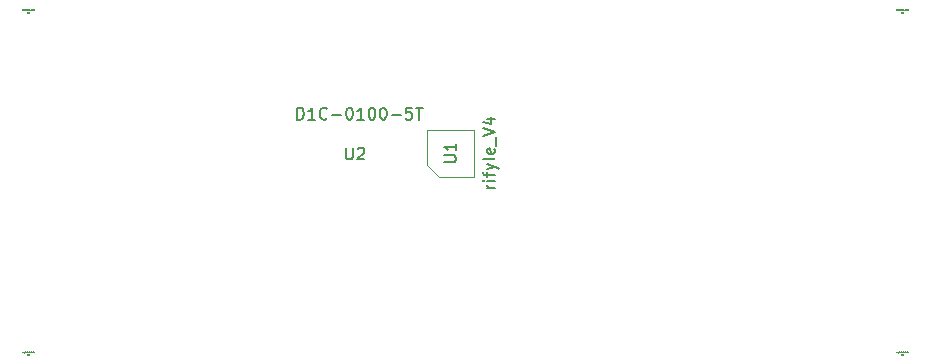
<source format=gbr>
G04 #@! TF.GenerationSoftware,KiCad,Pcbnew,6.0.9-8da3e8f707~117~ubuntu20.04.1*
G04 #@! TF.CreationDate,2022-12-15T16:27:20+01:00*
G04 #@! TF.ProjectId,picsyle-R_pressure_915,70696373-796c-4652-9d52-5f7072657373,rev?*
G04 #@! TF.SameCoordinates,Original*
G04 #@! TF.FileFunction,AssemblyDrawing,Top*
%FSLAX46Y46*%
G04 Gerber Fmt 4.6, Leading zero omitted, Abs format (unit mm)*
G04 Created by KiCad (PCBNEW 6.0.9-8da3e8f707~117~ubuntu20.04.1) date 2022-12-15 16:27:20*
%MOMM*%
%LPD*%
G01*
G04 APERTURE LIST*
%ADD10C,0.010000*%
%ADD11C,0.150000*%
%ADD12C,0.100000*%
G04 APERTURE END LIST*
D10*
X101923809Y-63070238D02*
X101923809Y-62970238D01*
X101923809Y-63017857D02*
X101980952Y-63017857D01*
X101980952Y-63070238D02*
X101980952Y-62970238D01*
X102019047Y-62970238D02*
X102080952Y-62970238D01*
X102047619Y-63008333D01*
X102061904Y-63008333D01*
X102071428Y-63013095D01*
X102076190Y-63017857D01*
X102080952Y-63027380D01*
X102080952Y-63051190D01*
X102076190Y-63060714D01*
X102071428Y-63065476D01*
X102061904Y-63070238D01*
X102033333Y-63070238D01*
X102023809Y-63065476D01*
X102019047Y-63060714D01*
X101545238Y-62753571D02*
X101545238Y-62820238D01*
X101502380Y-62753571D02*
X101502380Y-62805952D01*
X101507142Y-62815476D01*
X101516666Y-62820238D01*
X101530952Y-62820238D01*
X101540476Y-62815476D01*
X101545238Y-62810714D01*
X101592857Y-62753571D02*
X101592857Y-62820238D01*
X101592857Y-62763095D02*
X101597619Y-62758333D01*
X101607142Y-62753571D01*
X101621428Y-62753571D01*
X101630952Y-62758333D01*
X101635714Y-62767857D01*
X101635714Y-62820238D01*
X101683333Y-62753571D02*
X101683333Y-62853571D01*
X101683333Y-62758333D02*
X101692857Y-62753571D01*
X101711904Y-62753571D01*
X101721428Y-62758333D01*
X101726190Y-62763095D01*
X101730952Y-62772619D01*
X101730952Y-62801190D01*
X101726190Y-62810714D01*
X101721428Y-62815476D01*
X101711904Y-62820238D01*
X101692857Y-62820238D01*
X101683333Y-62815476D01*
X101788095Y-62820238D02*
X101778571Y-62815476D01*
X101773809Y-62805952D01*
X101773809Y-62720238D01*
X101869047Y-62820238D02*
X101869047Y-62767857D01*
X101864285Y-62758333D01*
X101854761Y-62753571D01*
X101835714Y-62753571D01*
X101826190Y-62758333D01*
X101869047Y-62815476D02*
X101859523Y-62820238D01*
X101835714Y-62820238D01*
X101826190Y-62815476D01*
X101821428Y-62805952D01*
X101821428Y-62796428D01*
X101826190Y-62786904D01*
X101835714Y-62782142D01*
X101859523Y-62782142D01*
X101869047Y-62777380D01*
X101902380Y-62753571D02*
X101940476Y-62753571D01*
X101916666Y-62720238D02*
X101916666Y-62805952D01*
X101921428Y-62815476D01*
X101930952Y-62820238D01*
X101940476Y-62820238D01*
X102011904Y-62815476D02*
X102002380Y-62820238D01*
X101983333Y-62820238D01*
X101973809Y-62815476D01*
X101969047Y-62805952D01*
X101969047Y-62767857D01*
X101973809Y-62758333D01*
X101983333Y-62753571D01*
X102002380Y-62753571D01*
X102011904Y-62758333D01*
X102016666Y-62767857D01*
X102016666Y-62777380D01*
X101969047Y-62786904D01*
X102102380Y-62820238D02*
X102102380Y-62720238D01*
X102102380Y-62815476D02*
X102092857Y-62820238D01*
X102073809Y-62820238D01*
X102064285Y-62815476D01*
X102059523Y-62810714D01*
X102054761Y-62801190D01*
X102054761Y-62772619D01*
X102059523Y-62763095D01*
X102064285Y-62758333D01*
X102073809Y-62753571D01*
X102092857Y-62753571D01*
X102102380Y-62758333D01*
X102126190Y-62829761D02*
X102202380Y-62829761D01*
X102226190Y-62820238D02*
X102226190Y-62720238D01*
X102269047Y-62820238D02*
X102269047Y-62767857D01*
X102264285Y-62758333D01*
X102254761Y-62753571D01*
X102240476Y-62753571D01*
X102230952Y-62758333D01*
X102226190Y-62763095D01*
X102330952Y-62820238D02*
X102321428Y-62815476D01*
X102316666Y-62810714D01*
X102311904Y-62801190D01*
X102311904Y-62772619D01*
X102316666Y-62763095D01*
X102321428Y-62758333D01*
X102330952Y-62753571D01*
X102345238Y-62753571D01*
X102354761Y-62758333D01*
X102359523Y-62763095D01*
X102364285Y-62772619D01*
X102364285Y-62801190D01*
X102359523Y-62810714D01*
X102354761Y-62815476D01*
X102345238Y-62820238D01*
X102330952Y-62820238D01*
X102421428Y-62820238D02*
X102411904Y-62815476D01*
X102407142Y-62805952D01*
X102407142Y-62720238D01*
X102497619Y-62815476D02*
X102488095Y-62820238D01*
X102469047Y-62820238D01*
X102459523Y-62815476D01*
X102454761Y-62805952D01*
X102454761Y-62767857D01*
X102459523Y-62758333D01*
X102469047Y-62753571D01*
X102488095Y-62753571D01*
X102497619Y-62758333D01*
X102502380Y-62767857D01*
X102502380Y-62777380D01*
X102454761Y-62786904D01*
D11*
X67532380Y-48912380D02*
X66865714Y-48912380D01*
X67056190Y-48912380D02*
X66960952Y-48864761D01*
X66913333Y-48817142D01*
X66865714Y-48721904D01*
X66865714Y-48626666D01*
X67532380Y-48293333D02*
X66865714Y-48293333D01*
X66532380Y-48293333D02*
X66580000Y-48340952D01*
X66627619Y-48293333D01*
X66580000Y-48245714D01*
X66532380Y-48293333D01*
X66627619Y-48293333D01*
X66865714Y-47960000D02*
X66865714Y-47579047D01*
X67532380Y-47817142D02*
X66675238Y-47817142D01*
X66580000Y-47769523D01*
X66532380Y-47674285D01*
X66532380Y-47579047D01*
X66865714Y-47340952D02*
X67532380Y-47102857D01*
X66865714Y-46864761D02*
X67532380Y-47102857D01*
X67770476Y-47198095D01*
X67818095Y-47245714D01*
X67865714Y-47340952D01*
X67532380Y-46340952D02*
X67484761Y-46436190D01*
X67389523Y-46483809D01*
X66532380Y-46483809D01*
X67484761Y-45579047D02*
X67532380Y-45674285D01*
X67532380Y-45864761D01*
X67484761Y-45960000D01*
X67389523Y-46007619D01*
X67008571Y-46007619D01*
X66913333Y-45960000D01*
X66865714Y-45864761D01*
X66865714Y-45674285D01*
X66913333Y-45579047D01*
X67008571Y-45531428D01*
X67103809Y-45531428D01*
X67199047Y-46007619D01*
X67627619Y-45340952D02*
X67627619Y-44579047D01*
X66532380Y-44483809D02*
X67532380Y-44150476D01*
X66532380Y-43817142D01*
X66865714Y-43055238D02*
X67532380Y-43055238D01*
X66484761Y-43293333D02*
X67199047Y-43531428D01*
X67199047Y-42912380D01*
X63232380Y-46721904D02*
X64041904Y-46721904D01*
X64137142Y-46674285D01*
X64184761Y-46626666D01*
X64232380Y-46531428D01*
X64232380Y-46340952D01*
X64184761Y-46245714D01*
X64137142Y-46198095D01*
X64041904Y-46150476D01*
X63232380Y-46150476D01*
X64232380Y-45150476D02*
X64232380Y-45721904D01*
X64232380Y-45436190D02*
X63232380Y-45436190D01*
X63375238Y-45531428D01*
X63470476Y-45626666D01*
X63518095Y-45721904D01*
D10*
X27923809Y-34070238D02*
X27923809Y-33970238D01*
X27923809Y-34017857D02*
X27980952Y-34017857D01*
X27980952Y-34070238D02*
X27980952Y-33970238D01*
X28080952Y-34070238D02*
X28023809Y-34070238D01*
X28052380Y-34070238D02*
X28052380Y-33970238D01*
X28042857Y-33984523D01*
X28033333Y-33994047D01*
X28023809Y-33998809D01*
X27545238Y-33753571D02*
X27545238Y-33820238D01*
X27502380Y-33753571D02*
X27502380Y-33805952D01*
X27507142Y-33815476D01*
X27516666Y-33820238D01*
X27530952Y-33820238D01*
X27540476Y-33815476D01*
X27545238Y-33810714D01*
X27592857Y-33753571D02*
X27592857Y-33820238D01*
X27592857Y-33763095D02*
X27597619Y-33758333D01*
X27607142Y-33753571D01*
X27621428Y-33753571D01*
X27630952Y-33758333D01*
X27635714Y-33767857D01*
X27635714Y-33820238D01*
X27683333Y-33753571D02*
X27683333Y-33853571D01*
X27683333Y-33758333D02*
X27692857Y-33753571D01*
X27711904Y-33753571D01*
X27721428Y-33758333D01*
X27726190Y-33763095D01*
X27730952Y-33772619D01*
X27730952Y-33801190D01*
X27726190Y-33810714D01*
X27721428Y-33815476D01*
X27711904Y-33820238D01*
X27692857Y-33820238D01*
X27683333Y-33815476D01*
X27788095Y-33820238D02*
X27778571Y-33815476D01*
X27773809Y-33805952D01*
X27773809Y-33720238D01*
X27869047Y-33820238D02*
X27869047Y-33767857D01*
X27864285Y-33758333D01*
X27854761Y-33753571D01*
X27835714Y-33753571D01*
X27826190Y-33758333D01*
X27869047Y-33815476D02*
X27859523Y-33820238D01*
X27835714Y-33820238D01*
X27826190Y-33815476D01*
X27821428Y-33805952D01*
X27821428Y-33796428D01*
X27826190Y-33786904D01*
X27835714Y-33782142D01*
X27859523Y-33782142D01*
X27869047Y-33777380D01*
X27902380Y-33753571D02*
X27940476Y-33753571D01*
X27916666Y-33720238D02*
X27916666Y-33805952D01*
X27921428Y-33815476D01*
X27930952Y-33820238D01*
X27940476Y-33820238D01*
X28011904Y-33815476D02*
X28002380Y-33820238D01*
X27983333Y-33820238D01*
X27973809Y-33815476D01*
X27969047Y-33805952D01*
X27969047Y-33767857D01*
X27973809Y-33758333D01*
X27983333Y-33753571D01*
X28002380Y-33753571D01*
X28011904Y-33758333D01*
X28016666Y-33767857D01*
X28016666Y-33777380D01*
X27969047Y-33786904D01*
X28102380Y-33820238D02*
X28102380Y-33720238D01*
X28102380Y-33815476D02*
X28092857Y-33820238D01*
X28073809Y-33820238D01*
X28064285Y-33815476D01*
X28059523Y-33810714D01*
X28054761Y-33801190D01*
X28054761Y-33772619D01*
X28059523Y-33763095D01*
X28064285Y-33758333D01*
X28073809Y-33753571D01*
X28092857Y-33753571D01*
X28102380Y-33758333D01*
X28126190Y-33829761D02*
X28202380Y-33829761D01*
X28226190Y-33820238D02*
X28226190Y-33720238D01*
X28269047Y-33820238D02*
X28269047Y-33767857D01*
X28264285Y-33758333D01*
X28254761Y-33753571D01*
X28240476Y-33753571D01*
X28230952Y-33758333D01*
X28226190Y-33763095D01*
X28330952Y-33820238D02*
X28321428Y-33815476D01*
X28316666Y-33810714D01*
X28311904Y-33801190D01*
X28311904Y-33772619D01*
X28316666Y-33763095D01*
X28321428Y-33758333D01*
X28330952Y-33753571D01*
X28345238Y-33753571D01*
X28354761Y-33758333D01*
X28359523Y-33763095D01*
X28364285Y-33772619D01*
X28364285Y-33801190D01*
X28359523Y-33810714D01*
X28354761Y-33815476D01*
X28345238Y-33820238D01*
X28330952Y-33820238D01*
X28421428Y-33820238D02*
X28411904Y-33815476D01*
X28407142Y-33805952D01*
X28407142Y-33720238D01*
X28497619Y-33815476D02*
X28488095Y-33820238D01*
X28469047Y-33820238D01*
X28459523Y-33815476D01*
X28454761Y-33805952D01*
X28454761Y-33767857D01*
X28459523Y-33758333D01*
X28469047Y-33753571D01*
X28488095Y-33753571D01*
X28497619Y-33758333D01*
X28502380Y-33767857D01*
X28502380Y-33777380D01*
X28454761Y-33786904D01*
D11*
X50781904Y-43112380D02*
X50781904Y-42112380D01*
X51020000Y-42112380D01*
X51162857Y-42160000D01*
X51258095Y-42255238D01*
X51305714Y-42350476D01*
X51353333Y-42540952D01*
X51353333Y-42683809D01*
X51305714Y-42874285D01*
X51258095Y-42969523D01*
X51162857Y-43064761D01*
X51020000Y-43112380D01*
X50781904Y-43112380D01*
X52305714Y-43112380D02*
X51734285Y-43112380D01*
X52020000Y-43112380D02*
X52020000Y-42112380D01*
X51924761Y-42255238D01*
X51829523Y-42350476D01*
X51734285Y-42398095D01*
X53305714Y-43017142D02*
X53258095Y-43064761D01*
X53115238Y-43112380D01*
X53020000Y-43112380D01*
X52877142Y-43064761D01*
X52781904Y-42969523D01*
X52734285Y-42874285D01*
X52686666Y-42683809D01*
X52686666Y-42540952D01*
X52734285Y-42350476D01*
X52781904Y-42255238D01*
X52877142Y-42160000D01*
X53020000Y-42112380D01*
X53115238Y-42112380D01*
X53258095Y-42160000D01*
X53305714Y-42207619D01*
X53734285Y-42731428D02*
X54496190Y-42731428D01*
X55162857Y-42112380D02*
X55258095Y-42112380D01*
X55353333Y-42160000D01*
X55400952Y-42207619D01*
X55448571Y-42302857D01*
X55496190Y-42493333D01*
X55496190Y-42731428D01*
X55448571Y-42921904D01*
X55400952Y-43017142D01*
X55353333Y-43064761D01*
X55258095Y-43112380D01*
X55162857Y-43112380D01*
X55067619Y-43064761D01*
X55020000Y-43017142D01*
X54972380Y-42921904D01*
X54924761Y-42731428D01*
X54924761Y-42493333D01*
X54972380Y-42302857D01*
X55020000Y-42207619D01*
X55067619Y-42160000D01*
X55162857Y-42112380D01*
X56448571Y-43112380D02*
X55877142Y-43112380D01*
X56162857Y-43112380D02*
X56162857Y-42112380D01*
X56067619Y-42255238D01*
X55972380Y-42350476D01*
X55877142Y-42398095D01*
X57067619Y-42112380D02*
X57162857Y-42112380D01*
X57258095Y-42160000D01*
X57305714Y-42207619D01*
X57353333Y-42302857D01*
X57400952Y-42493333D01*
X57400952Y-42731428D01*
X57353333Y-42921904D01*
X57305714Y-43017142D01*
X57258095Y-43064761D01*
X57162857Y-43112380D01*
X57067619Y-43112380D01*
X56972380Y-43064761D01*
X56924761Y-43017142D01*
X56877142Y-42921904D01*
X56829523Y-42731428D01*
X56829523Y-42493333D01*
X56877142Y-42302857D01*
X56924761Y-42207619D01*
X56972380Y-42160000D01*
X57067619Y-42112380D01*
X58020000Y-42112380D02*
X58115238Y-42112380D01*
X58210476Y-42160000D01*
X58258095Y-42207619D01*
X58305714Y-42302857D01*
X58353333Y-42493333D01*
X58353333Y-42731428D01*
X58305714Y-42921904D01*
X58258095Y-43017142D01*
X58210476Y-43064761D01*
X58115238Y-43112380D01*
X58020000Y-43112380D01*
X57924761Y-43064761D01*
X57877142Y-43017142D01*
X57829523Y-42921904D01*
X57781904Y-42731428D01*
X57781904Y-42493333D01*
X57829523Y-42302857D01*
X57877142Y-42207619D01*
X57924761Y-42160000D01*
X58020000Y-42112380D01*
X58781904Y-42731428D02*
X59543809Y-42731428D01*
X60496190Y-42112380D02*
X60020000Y-42112380D01*
X59972380Y-42588571D01*
X60020000Y-42540952D01*
X60115238Y-42493333D01*
X60353333Y-42493333D01*
X60448571Y-42540952D01*
X60496190Y-42588571D01*
X60543809Y-42683809D01*
X60543809Y-42921904D01*
X60496190Y-43017142D01*
X60448571Y-43064761D01*
X60353333Y-43112380D01*
X60115238Y-43112380D01*
X60020000Y-43064761D01*
X59972380Y-43017142D01*
X60829523Y-42112380D02*
X61400952Y-42112380D01*
X61115238Y-43112380D02*
X61115238Y-42112380D01*
X54908095Y-45482380D02*
X54908095Y-46291904D01*
X54955714Y-46387142D01*
X55003333Y-46434761D01*
X55098571Y-46482380D01*
X55289047Y-46482380D01*
X55384285Y-46434761D01*
X55431904Y-46387142D01*
X55479523Y-46291904D01*
X55479523Y-45482380D01*
X55908095Y-45577619D02*
X55955714Y-45530000D01*
X56050952Y-45482380D01*
X56289047Y-45482380D01*
X56384285Y-45530000D01*
X56431904Y-45577619D01*
X56479523Y-45672857D01*
X56479523Y-45768095D01*
X56431904Y-45910952D01*
X55860476Y-46482380D01*
X56479523Y-46482380D01*
D10*
X101923809Y-34070238D02*
X101923809Y-33970238D01*
X101923809Y-34017857D02*
X101980952Y-34017857D01*
X101980952Y-34070238D02*
X101980952Y-33970238D01*
X102023809Y-33979761D02*
X102028571Y-33975000D01*
X102038095Y-33970238D01*
X102061904Y-33970238D01*
X102071428Y-33975000D01*
X102076190Y-33979761D01*
X102080952Y-33989285D01*
X102080952Y-33998809D01*
X102076190Y-34013095D01*
X102019047Y-34070238D01*
X102080952Y-34070238D01*
X101545238Y-33753571D02*
X101545238Y-33820238D01*
X101502380Y-33753571D02*
X101502380Y-33805952D01*
X101507142Y-33815476D01*
X101516666Y-33820238D01*
X101530952Y-33820238D01*
X101540476Y-33815476D01*
X101545238Y-33810714D01*
X101592857Y-33753571D02*
X101592857Y-33820238D01*
X101592857Y-33763095D02*
X101597619Y-33758333D01*
X101607142Y-33753571D01*
X101621428Y-33753571D01*
X101630952Y-33758333D01*
X101635714Y-33767857D01*
X101635714Y-33820238D01*
X101683333Y-33753571D02*
X101683333Y-33853571D01*
X101683333Y-33758333D02*
X101692857Y-33753571D01*
X101711904Y-33753571D01*
X101721428Y-33758333D01*
X101726190Y-33763095D01*
X101730952Y-33772619D01*
X101730952Y-33801190D01*
X101726190Y-33810714D01*
X101721428Y-33815476D01*
X101711904Y-33820238D01*
X101692857Y-33820238D01*
X101683333Y-33815476D01*
X101788095Y-33820238D02*
X101778571Y-33815476D01*
X101773809Y-33805952D01*
X101773809Y-33720238D01*
X101869047Y-33820238D02*
X101869047Y-33767857D01*
X101864285Y-33758333D01*
X101854761Y-33753571D01*
X101835714Y-33753571D01*
X101826190Y-33758333D01*
X101869047Y-33815476D02*
X101859523Y-33820238D01*
X101835714Y-33820238D01*
X101826190Y-33815476D01*
X101821428Y-33805952D01*
X101821428Y-33796428D01*
X101826190Y-33786904D01*
X101835714Y-33782142D01*
X101859523Y-33782142D01*
X101869047Y-33777380D01*
X101902380Y-33753571D02*
X101940476Y-33753571D01*
X101916666Y-33720238D02*
X101916666Y-33805952D01*
X101921428Y-33815476D01*
X101930952Y-33820238D01*
X101940476Y-33820238D01*
X102011904Y-33815476D02*
X102002380Y-33820238D01*
X101983333Y-33820238D01*
X101973809Y-33815476D01*
X101969047Y-33805952D01*
X101969047Y-33767857D01*
X101973809Y-33758333D01*
X101983333Y-33753571D01*
X102002380Y-33753571D01*
X102011904Y-33758333D01*
X102016666Y-33767857D01*
X102016666Y-33777380D01*
X101969047Y-33786904D01*
X102102380Y-33820238D02*
X102102380Y-33720238D01*
X102102380Y-33815476D02*
X102092857Y-33820238D01*
X102073809Y-33820238D01*
X102064285Y-33815476D01*
X102059523Y-33810714D01*
X102054761Y-33801190D01*
X102054761Y-33772619D01*
X102059523Y-33763095D01*
X102064285Y-33758333D01*
X102073809Y-33753571D01*
X102092857Y-33753571D01*
X102102380Y-33758333D01*
X102126190Y-33829761D02*
X102202380Y-33829761D01*
X102226190Y-33820238D02*
X102226190Y-33720238D01*
X102269047Y-33820238D02*
X102269047Y-33767857D01*
X102264285Y-33758333D01*
X102254761Y-33753571D01*
X102240476Y-33753571D01*
X102230952Y-33758333D01*
X102226190Y-33763095D01*
X102330952Y-33820238D02*
X102321428Y-33815476D01*
X102316666Y-33810714D01*
X102311904Y-33801190D01*
X102311904Y-33772619D01*
X102316666Y-33763095D01*
X102321428Y-33758333D01*
X102330952Y-33753571D01*
X102345238Y-33753571D01*
X102354761Y-33758333D01*
X102359523Y-33763095D01*
X102364285Y-33772619D01*
X102364285Y-33801190D01*
X102359523Y-33810714D01*
X102354761Y-33815476D01*
X102345238Y-33820238D01*
X102330952Y-33820238D01*
X102421428Y-33820238D02*
X102411904Y-33815476D01*
X102407142Y-33805952D01*
X102407142Y-33720238D01*
X102497619Y-33815476D02*
X102488095Y-33820238D01*
X102469047Y-33820238D01*
X102459523Y-33815476D01*
X102454761Y-33805952D01*
X102454761Y-33767857D01*
X102459523Y-33758333D01*
X102469047Y-33753571D01*
X102488095Y-33753571D01*
X102497619Y-33758333D01*
X102502380Y-33767857D01*
X102502380Y-33777380D01*
X102454761Y-33786904D01*
X27923809Y-63070238D02*
X27923809Y-62970238D01*
X27923809Y-63017857D02*
X27980952Y-63017857D01*
X27980952Y-63070238D02*
X27980952Y-62970238D01*
X28071428Y-63003571D02*
X28071428Y-63070238D01*
X28047619Y-62965476D02*
X28023809Y-63036904D01*
X28085714Y-63036904D01*
X27545238Y-62753571D02*
X27545238Y-62820238D01*
X27502380Y-62753571D02*
X27502380Y-62805952D01*
X27507142Y-62815476D01*
X27516666Y-62820238D01*
X27530952Y-62820238D01*
X27540476Y-62815476D01*
X27545238Y-62810714D01*
X27592857Y-62753571D02*
X27592857Y-62820238D01*
X27592857Y-62763095D02*
X27597619Y-62758333D01*
X27607142Y-62753571D01*
X27621428Y-62753571D01*
X27630952Y-62758333D01*
X27635714Y-62767857D01*
X27635714Y-62820238D01*
X27683333Y-62753571D02*
X27683333Y-62853571D01*
X27683333Y-62758333D02*
X27692857Y-62753571D01*
X27711904Y-62753571D01*
X27721428Y-62758333D01*
X27726190Y-62763095D01*
X27730952Y-62772619D01*
X27730952Y-62801190D01*
X27726190Y-62810714D01*
X27721428Y-62815476D01*
X27711904Y-62820238D01*
X27692857Y-62820238D01*
X27683333Y-62815476D01*
X27788095Y-62820238D02*
X27778571Y-62815476D01*
X27773809Y-62805952D01*
X27773809Y-62720238D01*
X27869047Y-62820238D02*
X27869047Y-62767857D01*
X27864285Y-62758333D01*
X27854761Y-62753571D01*
X27835714Y-62753571D01*
X27826190Y-62758333D01*
X27869047Y-62815476D02*
X27859523Y-62820238D01*
X27835714Y-62820238D01*
X27826190Y-62815476D01*
X27821428Y-62805952D01*
X27821428Y-62796428D01*
X27826190Y-62786904D01*
X27835714Y-62782142D01*
X27859523Y-62782142D01*
X27869047Y-62777380D01*
X27902380Y-62753571D02*
X27940476Y-62753571D01*
X27916666Y-62720238D02*
X27916666Y-62805952D01*
X27921428Y-62815476D01*
X27930952Y-62820238D01*
X27940476Y-62820238D01*
X28011904Y-62815476D02*
X28002380Y-62820238D01*
X27983333Y-62820238D01*
X27973809Y-62815476D01*
X27969047Y-62805952D01*
X27969047Y-62767857D01*
X27973809Y-62758333D01*
X27983333Y-62753571D01*
X28002380Y-62753571D01*
X28011904Y-62758333D01*
X28016666Y-62767857D01*
X28016666Y-62777380D01*
X27969047Y-62786904D01*
X28102380Y-62820238D02*
X28102380Y-62720238D01*
X28102380Y-62815476D02*
X28092857Y-62820238D01*
X28073809Y-62820238D01*
X28064285Y-62815476D01*
X28059523Y-62810714D01*
X28054761Y-62801190D01*
X28054761Y-62772619D01*
X28059523Y-62763095D01*
X28064285Y-62758333D01*
X28073809Y-62753571D01*
X28092857Y-62753571D01*
X28102380Y-62758333D01*
X28126190Y-62829761D02*
X28202380Y-62829761D01*
X28226190Y-62820238D02*
X28226190Y-62720238D01*
X28269047Y-62820238D02*
X28269047Y-62767857D01*
X28264285Y-62758333D01*
X28254761Y-62753571D01*
X28240476Y-62753571D01*
X28230952Y-62758333D01*
X28226190Y-62763095D01*
X28330952Y-62820238D02*
X28321428Y-62815476D01*
X28316666Y-62810714D01*
X28311904Y-62801190D01*
X28311904Y-62772619D01*
X28316666Y-62763095D01*
X28321428Y-62758333D01*
X28330952Y-62753571D01*
X28345238Y-62753571D01*
X28354761Y-62758333D01*
X28359523Y-62763095D01*
X28364285Y-62772619D01*
X28364285Y-62801190D01*
X28359523Y-62810714D01*
X28354761Y-62815476D01*
X28345238Y-62820238D01*
X28330952Y-62820238D01*
X28421428Y-62820238D02*
X28411904Y-62815476D01*
X28407142Y-62805952D01*
X28407142Y-62720238D01*
X28497619Y-62815476D02*
X28488095Y-62820238D01*
X28469047Y-62820238D01*
X28459523Y-62815476D01*
X28454761Y-62805952D01*
X28454761Y-62767857D01*
X28459523Y-62758333D01*
X28469047Y-62753571D01*
X28488095Y-62753571D01*
X28497619Y-62758333D01*
X28502380Y-62767857D01*
X28502380Y-62777380D01*
X28454761Y-62786904D01*
D12*
X65780000Y-47960000D02*
X62780000Y-47960000D01*
X61780000Y-43960000D02*
X65780000Y-43960000D01*
X62780000Y-47960000D02*
X61780000Y-46960000D01*
X61780000Y-46960000D02*
X61780000Y-43960000D01*
X65780000Y-43960000D02*
X65780000Y-47960000D01*
M02*

</source>
